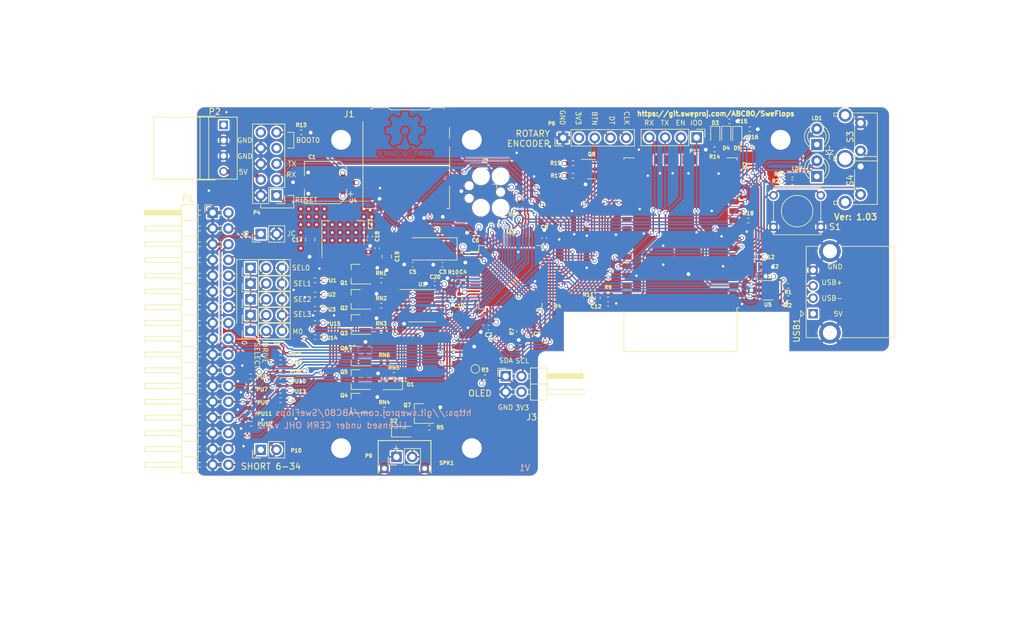
<source format=kicad_pcb>
(kicad_pcb (version 20221018) (generator pcbnew)

  (general
    (thickness 1.6)
  )

  (paper "A4")
  (title_block
    (title "SweFlops")
    (date "2023-09-24")
    (rev "1.03")
    (company "SweProj")
    (comment 1 "Licensed under CERN OHL v.1.2")
  )

  (layers
    (0 "F.Cu" signal)
    (1 "In1.Cu" signal)
    (2 "In2.Cu" signal)
    (31 "B.Cu" signal)
    (34 "B.Paste" user)
    (35 "F.Paste" user)
    (36 "B.SilkS" user "B.Silkscreen")
    (37 "F.SilkS" user "F.Silkscreen")
    (38 "B.Mask" user)
    (39 "F.Mask" user)
    (44 "Edge.Cuts" user)
    (45 "Margin" user)
    (46 "B.CrtYd" user "B.Courtyard")
    (47 "F.CrtYd" user "F.Courtyard")
    (49 "F.Fab" user)
  )

  (setup
    (stackup
      (layer "F.SilkS" (type "Top Silk Screen"))
      (layer "F.Paste" (type "Top Solder Paste"))
      (layer "F.Mask" (type "Top Solder Mask") (thickness 0.01))
      (layer "F.Cu" (type "copper") (thickness 0.035))
      (layer "dielectric 1" (type "prepreg") (thickness 0.1) (material "FR4") (epsilon_r 4.5) (loss_tangent 0.02))
      (layer "In1.Cu" (type "copper") (thickness 0.035))
      (layer "dielectric 2" (type "core") (thickness 1.24) (material "FR4") (epsilon_r 4.5) (loss_tangent 0.02))
      (layer "In2.Cu" (type "copper") (thickness 0.035))
      (layer "dielectric 3" (type "prepreg") (thickness 0.1) (material "FR4") (epsilon_r 4.5) (loss_tangent 0.02))
      (layer "B.Cu" (type "copper") (thickness 0.035))
      (layer "B.Mask" (type "Bottom Solder Mask") (thickness 0.01))
      (layer "B.Paste" (type "Bottom Solder Paste"))
      (layer "B.SilkS" (type "Bottom Silk Screen"))
      (copper_finish "None")
      (dielectric_constraints no)
    )
    (pad_to_mask_clearance 0)
    (solder_mask_min_width 0.25)
    (pad_to_paste_clearance -0.000076)
    (aux_axis_origin 103.886 113.03)
    (pcbplotparams
      (layerselection 0x00010f0_ffffffff)
      (plot_on_all_layers_selection 0x0000000_00000000)
      (disableapertmacros false)
      (usegerberextensions false)
      (usegerberattributes false)
      (usegerberadvancedattributes false)
      (creategerberjobfile false)
      (dashed_line_dash_ratio 12.000000)
      (dashed_line_gap_ratio 3.000000)
      (svgprecision 4)
      (plotframeref false)
      (viasonmask false)
      (mode 1)
      (useauxorigin true)
      (hpglpennumber 1)
      (hpglpenspeed 20)
      (hpglpendiameter 15.000000)
      (dxfpolygonmode true)
      (dxfimperialunits true)
      (dxfusepcbnewfont true)
      (psnegative false)
      (psa4output false)
      (plotreference true)
      (plotvalue true)
      (plotinvisibletext false)
      (sketchpadsonfab false)
      (subtractmaskfromsilk false)
      (outputformat 1)
      (mirror false)
      (drillshape 0)
      (scaleselection 1)
      (outputdirectory "gerbers")
    )
  )

  (net 0 "")
  (net 1 "GND")
  (net 2 "Net-(U3-PD0)")
  (net 3 "/nrst")
  (net 4 "Net-(U3-PD1)")
  (net 5 "+3V3")
  (net 6 "+5V")
  (net 7 "Net-(D1-K)")
  (net 8 "Net-(D1-A)")
  (net 9 "/disp_clk")
  (net 10 "/disp_dio")
  (net 11 "/~{selx}")
  (net 12 "/~{dskchg}")
  (net 13 "/~{inuse}")
  (net 14 "/~{index}")
  (net 15 "/~{sel0}")
  (net 16 "/~{sel1}")
  (net 17 "/~{mtron}")
  (net 18 "/dir")
  (net 19 "/~{step}")
  (net 20 "/~{wdata}")
  (net 21 "/~{wgate}")
  (net 22 "/~{trk0}")
  (net 23 "/~{wprot}")
  (net 24 "/~{rdata}")
  (net 25 "/~{side}")
  (net 26 "/~{rdy}")
  (net 27 "/rx")
  (net 28 "/tx")
  (net 29 "/boot0")
  (net 30 "/ja")
  (net 31 "/jb")
  (net 32 "/jc")
  (net 33 "unconnected-(J1-DAT2-Pad1)")
  (net 34 "/usb+")
  (net 35 "/usb-")
  (net 36 "Net-(RN1-Pad2)")
  (net 37 "Net-(RN2-Pad2)")
  (net 38 "Net-(RN3-Pad2)")
  (net 39 "Net-(RN4-Pad2)")
  (net 40 "Net-(RN6-Pad2)")
  (net 41 "/~{index_3v3}")
  (net 42 "/~{trk0_3v3}")
  (net 43 "/~{wprot_3v3}")
  (net 44 "/~{rdy_3v3}")
  (net 45 "/~{rdata_3v3}")
  (net 46 "/~{dskchg_3v3}")
  (net 47 "unconnected-(J1-DAT1-Pad8)")
  (net 48 "/~{SD_DETECT}")
  (net 49 "Net-(LD1-A)")
  (net 50 "/~{sely}")
  (net 51 "Net-(LD2-A)")
  (net 52 "/enc_dt")
  (net 53 "/enc_clk")
  (net 54 "/~{sel3}")
  (net 55 "/~{sel2}")
  (net 56 "/spk-")
  (net 57 "/spk+")
  (net 58 "/usb+r")
  (net 59 "/usb-r")
  (net 60 "/boot1")
  (net 61 "unconnected-(P2-Pin_1-Pad1)")
  (net 62 "Net-(Q1-G)")
  (net 63 "Net-(Q2-G)")
  (net 64 "Net-(Q3-G)")
  (net 65 "Net-(Q4-G)")
  (net 66 "Net-(Q6-G)")
  (net 67 "Net-(Q7-B)")
  (net 68 "/bt_right")
  (net 69 "/bt_left")
  (net 70 "unconnected-(U3-PC0-Pad8)")
  (net 71 "unconnected-(U3-PC1-Pad9)")
  (net 72 "unconnected-(U3-PC2-Pad10)")
  (net 73 "unconnected-(U3-PC3-Pad11)")
  (net 74 "unconnected-(U3-PA4-Pad20)")
  (net 75 "unconnected-(U3-PA5-Pad21)")
  (net 76 "unconnected-(U3-PA6-Pad22)")
  (net 77 "/io2")
  (net 78 "/io1")
  (net 79 "/spi_cs")
  (net 80 "/spi_clk")
  (net 81 "/spi_do")
  (net 82 "/spi_di")
  (net 83 "/swdio")
  (net 84 "/swclk")
  (net 85 "unconnected-(U3-PD2-Pad54)")
  (net 86 "/SD_DETECT")
  (net 87 "/esp32_tx")
  (net 88 "unconnected-(J2-Pin_6-Pad6)")
  (net 89 "/esp32_rx")
  (net 90 "Net-(D3-K)")
  (net 91 "Net-(D3-A)")
  (net 92 "Net-(D4-K)")
  (net 93 "Net-(U2-IO07)")
  (net 94 "unconnected-(U2-IO13-Pad16)")
  (net 95 "unconnected-(U2-IO14-Pad17)")
  (net 96 "unconnected-(U2-IO15-Pad18)")
  (net 97 "unconnected-(U2-IO16-Pad19)")
  (net 98 "unconnected-(U2-IO17-Pad20)")
  (net 99 "unconnected-(U2-IO18-Pad21)")
  (net 100 "unconnected-(U2-USB_D--Pad22)")
  (net 101 "unconnected-(U2-USB_D+-Pad23)")
  (net 102 "unconnected-(U2-IO21-Pad24)")
  (net 103 "unconnected-(U2-IO26-Pad25)")
  (net 104 "unconnected-(U2-IO39-Pad33)")
  (net 105 "unconnected-(U2-IO40-Pad34)")
  (net 106 "unconnected-(U2-IO41-Pad35)")
  (net 107 "unconnected-(U2-IO42-Pad36)")
  (net 108 "unconnected-(U2-IO45-Pad39)")
  (net 109 "unconnected-(U2-IO46-Pad40)")
  (net 110 "Net-(USB1-D+)")
  (net 111 "Net-(USB1-D-)")
  (net 112 "Net-(C12-Pad1)")
  (net 113 "ESP32_EN")
  (net 114 "ESP32_IO0")
  (net 115 "Net-(D4-A)")
  (net 116 "Net-(D5-K)")
  (net 117 "Net-(D5-A)")
  (net 118 "Net-(U3-PC12)")

  (footprint "Capacitor_SMD:C_0402_1005Metric" (layer "F.Cu") (at 134.874 80.772 180))

  (footprint "Capacitor_SMD:C_0402_1005Metric" (layer "F.Cu") (at 136.652 83.312 -90))

  (footprint "Capacitor_SMD:C_0402_1005Metric" (layer "F.Cu") (at 130.048 80.772 180))

  (footprint "Capacitor_SMD:C_0402_1005Metric" (layer "F.Cu") (at 140.18 75.692 180))

  (footprint "Capacitor_SMD:C_0402_1005Metric" (layer "F.Cu") (at 142.268 90.932 180))

  (footprint "Capacitor_SMD:C_0402_1005Metric" (layer "F.Cu") (at 150.114 90.805 180))

  (footprint "Capacitor_SMD:C_0402_1005Metric" (layer "F.Cu") (at 137.541 85.979 -90))

  (footprint "Capacitor_SMD:C_0805_2012Metric" (layer "F.Cu") (at 113.5126 76.7334 -90))

  (footprint "Capacitor_SMD:C_0402_1005Metric" (layer "F.Cu") (at 123.1646 76.2254 -90))

  (footprint "Capacitor_SMD:C_0805_2012Metric" (layer "F.Cu") (at 125.86 79.47 -90))

  (footprint "Capacitor_SMD:C_0402_1005Metric" (layer "F.Cu") (at 133.604 83.82 180))

  (footprint "Capacitor_SMD:C_0402_1005Metric" (layer "F.Cu") (at 124.3076 78.1304 90))

  (footprint "LED_THT:LED_D3.0mm" (layer "F.Cu") (at 195.199 61.402 90))

  (footprint "OpenFlops:PinHeader_2x17_P2.54mm_Horizontal" (layer "F.Cu") (at 97.79 72.39))

  (footprint "Resistor_SMD:R_0402_1005Metric" (layer "F.Cu") (at 114.298 83.312 180))

  (footprint "Resistor_SMD:R_0402_1005Metric" (layer "F.Cu") (at 114.298 85.598 180))

  (footprint "Resistor_SMD:R_0402_1005Metric" (layer "F.Cu") (at 114.298 87.884 180))

  (footprint "Resistor_SMD:R_0402_1005Metric" (layer "F.Cu") (at 108.712 94.996 180))

  (footprint "Resistor_SMD:R_0402_1005Metric" (layer "F.Cu") (at 103.888 98.806 180))

  (footprint "Resistor_SMD:R_0402_1005Metric" (layer "F.Cu") (at 108.714 96.52 180))

  (footprint "Resistor_SMD:R_0402_1005Metric" (layer "F.Cu") (at 103.886 100.838 180))

  (footprint "Resistor_SMD:R_0402_1005Metric" (layer "F.Cu") (at 108.71 98.044 180))

  (footprint "Resistor_SMD:R_0402_1005Metric" (layer "F.Cu") (at 103.886 102.997 180))

  (footprint "Resistor_SMD:R_0402_1005Metric" (layer "F.Cu") (at 108.712 99.568 180))

  (footprint "Resistor_SMD:R_0402_1005Metric" (layer "F.Cu") (at 103.886 104.775 180))

  (footprint "Resistor_SMD:R_0402_1005Metric" (layer "F.Cu") (at 103.9856 106.426 180))

  (footprint "Resistor_SMD:R_0402_1005Metric" (layer "F.Cu") (at 108.712 101.092 180))

  (footprint "Resistor_SMD:R_0402_1005Metric" (layer "F.Cu") (at 190.5635 84.183 180))

  (footprint "Resistor_SMD:R_0402_1005Metric" (layer "F.Cu") (at 190.5635 86.183 180))

  (footprint "Resistor_SMD:R_0402_1005Metric" (layer "F.Cu") (at 138.176 83.314 90))

  (footprint "Resistor_SMD:R_0402_1005Metric" (layer "F.Cu") (at 191.262 66.294 180))

  (footprint "Resistor_SMD:R_0402_1005Metric" (layer "F.Cu") (at 124.968 83.312))

  (footprint "Resistor_SMD:R_0402_1005Metric" (layer "F.Cu") (at 124.968 87.376))

  (footprint "Resistor_SMD:R_0402_1005Metric" (layer "F.Cu") (at 124.968 91.44))

  (footprint "Resistor_SMD:R_0402_1005Metric" (layer "F.Cu") (at 125.476 104.14))

  (footprint "Resistor_SMD:R_0402_1005Metric" (layer "F.Cu") (at 127 98.552))

  (footprint "Resistor_SMD:R_0402_1005Metric" (layer "F.Cu") (at 125.476 96.52))

  (footprint "Package_SO:TSSOP-14_4.4x5mm_P0.65mm" (layer "F.Cu") (at 131.572 87.376))

  (footprint "Package_TO_SOT_SMD:SOT-223-3_TabPin2" (layer "F.Cu") (at 118.80722 75.5904 90))

  (footprint "Crystal:Crystal_SMD_5032-2Pin_5.0x3.2mm_HandSoldering" (layer "F.Cu") (at 132.648 78.232 180))

  (footprint "Capacitor_SMD:CP_Elec_6.3x5.4" (layer "F.Cu")
    (tstamp 00000000-0000-0000-0000-00005d39a76f)
    (at 115.99 67.53 180)
    (descr "SMD capacitor, aluminum electrolytic, Panasonic C55, 6.3x5.4mm")
    (tags "capacitor electrolytic")
    (property "LCSC" "C336353")
    (property "Sheetfile" "SweFlops.kicad_sch")
    (property "Sheetname" "")
    (path "/00000000-0000-0000-0000-00005ee6c285")
    (attr smd)
    (fp_text reference "C1" (at 2.19 4.12 180) (layer "F.SilkS")
        (effects (font (size 0.6 0.6) (thickness 0.15)))
      (tstamp 828c94d6-d884-4a71-b2f6-e19720cf55a0)
    )
    (fp_text value "100u" (at 0 4.35 180) (layer "F.Fab")
        (effects (font (size 1 1) (thickness 0.15)))
      (tstamp 023a775d-0ff0-49ec-b3a5-c43f3841d604)
    )
    (fp_text user "${REFERENCE}" (at 0 0 180) (layer "F.Fab")
        (effects (font (size 1 1) (thickness 0.15)))
      (tstamp 80d94833-5282-4f96-a7f4-dd082b4e1c97)
    )
    (fp_line (start -4.4375 -1.8475) (end -3.65 -1.8475)
      (stroke (width 0.12) (type solid)) (layer "F.SilkS") (tstamp 3d355908-ce06-427b-9c43-3f3f028c1e7b))
    (fp_line (start -4.04375 -2.24125) (end -4.04375 -1.45375)
      (stroke (width 0.12) (type solid)) (layer "F.SilkS") (tstamp 34319b41-21fe-4a6a-b702-b8f9d6e76aab))
    (fp_line (start -3.41 -2.345563) (end -3.41 -1.06)
      (stroke (width 0.12) (type solid)) (layer "F.SilkS") (tstamp 5c06b002-cd64-4d46-b78c-1463b4e8d48f))
    (fp_line (start -3.41 -2.345563) (end -2.345563 -3.41)
      (stroke (width 0.12) (type solid)) (layer "F.SilkS") (tstamp 679eb479-4fc4-4bda-9d48-b3f8be871ec2))
    (fp_line (start -3.41 2.345563) (end -3.41 1.06)
      (stroke (width 0.12) (type solid)) (layer "F.SilkS") (tstamp 337d1d91-2a47-4dae-a081-07f07b74f8eb))
    (fp_line (start -3.41 2.345563) (end -2.345563 3.41)
      (stroke (width 0.12) (type solid)) (layer "F.SilkS") (tstamp b8e3473e-931a-4bb6-a230-e3121130d62c))
    (fp_line (start -2.345563 -3.41) (end 3.41 -3.41)
      (stroke (width 0.12) (type solid)) (layer "F.SilkS") (tstamp 63555ee9-7a22-4788-aafa-c1819556be0b))
    (fp_line (start -2.345563 3.41) (end 3.41 3.41)
      (stroke (width 0.12) (type solid)) (layer "F.SilkS") (tstamp aff93e0f-e792-4a4a-80bb-4bb6c9fcd4aa))
    (fp_line (start 3.41 -3.41) (end 3.41 -1.06)
      (stroke (width 0.12) (type solid)) (layer "F.SilkS") (tstamp 2947e6e0-1a94-4112-bab6-1aed1e51b692))
    (fp_line (start 3.41 3.41) (end 3.41 1.06)
      (stroke (width 0.12) (type solid)) (layer "F.SilkS") (tstamp 5fdf1d82-fb7e-499c-979d-7bdc8eeec9f5))
    (fp_line (start -4.8 -1.05) (end -4.8 1.05)
      (stroke (width 0.05) (type solid)) (layer "F.CrtYd") (tstamp b2cfa6e7-b520-4df8-b838-c3ab7dc33ad5))
    (fp_line (start -4.8 1.05) (end -3.55 1.05)
      (stroke (width 0.05) (type solid)) (layer "F.CrtYd") (tstamp b75c567f-045a-4aec-ab99-e82d62f55a0b))
    (fp_line (start -3.55 -2.4) (end -3.55 -1.05)
      (stroke (width 0.05) (type solid)) (layer "F.CrtYd") (tstamp 27867571-c7b7-40e8-b1db-fc7e06ca1741))
    (fp_line (start -3.55 -2.4) (end -2.4 -3.55)
      (stroke (width 0.05) (type solid)) (layer "F.CrtYd") (tstamp bf47da5a-f7fe-4f2e-affc-2ef62780e977))
    (fp_line (start -3.55 -1.05) (end -4.8 -1.05)
      (stroke (width 0.05) (type solid)) (layer "F.CrtYd") (tstamp 8eb4cfe5-2c5c-4b95-8928-26570f011f83))
    (fp_line (start -3.55 1.05) (end -3.55 2.4)
      (stroke (width 0.05) (type solid)) (layer "F.CrtYd") (tstamp 63ad1dce-1606-48cf-af21-fc34fb653f42))
    (fp_line (start -3.55 2.4) (end -2.4 3.55)
      (stroke (width 0.05) (type solid)) (layer "F.CrtYd") (tstamp f9b838b3-e102-4be1-9964-9e73410c9c43))
    (fp_line (start -2.4 -3.55) (end 3.55 -3.55)
      (stroke (width 0.05) (type solid)) (layer "F.CrtYd") (tstamp 524db334-c4bd-46ae-ae94-691f1c54ab4a))
    (fp_line (start -2.4 3.55) (end 3.55 3.55)
      (stroke (width 0.05) (type solid)) (layer "F.CrtYd") (tstamp a8d76bf6-d185-44e6-b00d-76bc56e927ca))
    (fp_line (start 3.55 -3.55) (end 3.55 -1.05)
      (stroke (width 0.05) (type solid)) (layer "F.CrtYd") (tstamp 4f79ddb3-6f55-40cf-b694-3d66e4a1356b))
    (fp_line (start 3.55 -1.05) (end 4.8 -1.05)
      (stroke (width 0.05) (type solid)) (layer "F.CrtYd") (tstamp 1d2cddfd-ad8d-4dbb-b98b-b1a14d12c73f))
    (fp_line (start 3.55 1.05) (end 3.55 3.55)
      (stroke (width 0.05) (type solid)) (layer "F.CrtYd") (tstamp 2f022fad-e3f2-4f50-8734-325fadde5a49))
    (fp_line (start 4.8 -1.05) (end 4.8 1.05)
      (stroke (width 0.05) (type solid)) (layer "F.CrtYd") (tstamp 4d9fd30a-8bee-4091-a570-0a3c4819b8f7))
    (fp_line (start 4.8 1.05) (end 3.55 1.05)
      (stroke (width 0.05) (type solid)) (layer "F.CrtYd") (tstamp 540f1833-28be-488f-ba40-f88444f61631))
    (fp_line (start -3.3 -2.3) (end -3.3 2.3)
      (stroke (width 0.1) (type solid)) (layer "F.Fab") (tstamp d13fb7c6-dd42-4592-a178-850169dbc475))
    (fp_line (start -3.3 -2.3) (end -2.3 -3.3)
      (stroke (width 0.1) (type solid)) (layer "F.Fab") (tstamp e9df0025-92d9-4ed7-959c-1fc1f6d02cd1))
    (fp_line (start -3.3 2.3) (end -2.3 3.3)
      (stroke (width 0.1) (type solid)) (layer "F.Fab") (tstamp 33001185-8342-4332-915a-bb697c51d6a6))
    (fp_line (start -2.704838 -1.33) (end -2.074838 -1.33)
      (stroke (width 0.1) (type so
... [3180855 chars truncated]
</source>
